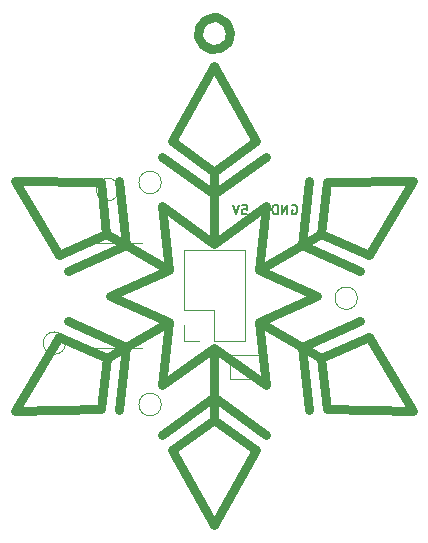
<source format=gbr>
%TF.GenerationSoftware,KiCad,Pcbnew,(5.1.9)-1*%
%TF.CreationDate,2021-09-26T19:09:17+02:00*%
%TF.ProjectId,SnowStar,536e6f77-5374-4617-922e-6b696361645f,rev?*%
%TF.SameCoordinates,Original*%
%TF.FileFunction,Legend,Bot*%
%TF.FilePolarity,Positive*%
%FSLAX46Y46*%
G04 Gerber Fmt 4.6, Leading zero omitted, Abs format (unit mm)*
G04 Created by KiCad (PCBNEW (5.1.9)-1) date 2021-09-26 19:09:17*
%MOMM*%
%LPD*%
G01*
G04 APERTURE LIST*
%ADD10C,0.150000*%
%ADD11C,0.800000*%
%ADD12C,0.120000*%
G04 APERTURE END LIST*
D10*
X133869520Y-107023024D02*
X134250473Y-107023024D01*
X134288568Y-107403977D01*
X134250473Y-107365881D01*
X134174282Y-107327786D01*
X133983806Y-107327786D01*
X133907616Y-107365881D01*
X133869520Y-107403977D01*
X133831425Y-107480167D01*
X133831425Y-107670643D01*
X133869520Y-107746834D01*
X133907616Y-107784929D01*
X133983806Y-107823024D01*
X134174282Y-107823024D01*
X134250473Y-107784929D01*
X134288568Y-107746834D01*
X133602854Y-107023024D02*
X133336187Y-107823024D01*
X133069520Y-107023024D01*
X138076663Y-107061120D02*
X138152854Y-107023024D01*
X138267140Y-107023024D01*
X138381425Y-107061120D01*
X138457616Y-107137310D01*
X138495711Y-107213500D01*
X138533806Y-107365881D01*
X138533806Y-107480167D01*
X138495711Y-107632548D01*
X138457616Y-107708739D01*
X138381425Y-107784929D01*
X138267140Y-107823024D01*
X138190949Y-107823024D01*
X138076663Y-107784929D01*
X138038568Y-107746834D01*
X138038568Y-107480167D01*
X138190949Y-107480167D01*
X137695711Y-107823024D02*
X137695711Y-107023024D01*
X137238568Y-107823024D01*
X137238568Y-107023024D01*
X136857616Y-107823024D02*
X136857616Y-107023024D01*
X136667140Y-107023024D01*
X136552854Y-107061120D01*
X136476663Y-107137310D01*
X136438568Y-107213500D01*
X136400473Y-107365881D01*
X136400473Y-107480167D01*
X136438568Y-107632548D01*
X136476663Y-107708739D01*
X136552854Y-107784929D01*
X136667140Y-107823024D01*
X136857616Y-107823024D01*
D11*
X135034586Y-127758682D02*
X131487110Y-125192968D01*
X140570314Y-119960072D02*
X141018530Y-124315161D01*
X141015381Y-105100258D02*
X140567137Y-109455318D01*
X131468255Y-104205259D02*
X131468258Y-106102938D01*
X131477271Y-134141450D02*
X135034586Y-127758682D01*
X121927284Y-124320169D02*
X122375528Y-119965109D01*
X132844422Y-92480588D02*
X132595929Y-91694882D01*
X132595929Y-91694882D02*
X132444220Y-91514416D01*
X122372351Y-109460455D02*
X124015792Y-110409295D01*
X132444220Y-91514416D02*
X131712932Y-91134549D01*
X131712932Y-91134549D02*
X131478049Y-91114215D01*
X135015757Y-101639550D02*
X131478094Y-95256777D01*
X132000937Y-93742952D02*
X132640965Y-93197947D01*
X132640965Y-93197947D02*
X132844422Y-92480588D01*
X130511877Y-93446760D02*
X131260323Y-93829504D01*
X131260323Y-93829504D02*
X132000937Y-93742952D01*
X130215685Y-91957700D02*
X130148492Y-92795644D01*
X130148492Y-92795644D02*
X130511877Y-93446760D01*
X138930127Y-110404157D02*
X143864275Y-112613789D01*
X138930087Y-119016800D02*
X143864238Y-116807208D01*
X148321678Y-104989612D02*
X141015381Y-105100258D01*
X138930127Y-110404157D02*
X135298525Y-112500859D01*
X124012578Y-110403727D02*
X123459095Y-105025806D01*
X138930127Y-110404157D02*
X139483644Y-105026271D01*
X127920780Y-101639545D02*
X131468255Y-104205259D01*
X124012578Y-110403727D02*
X127644184Y-112500436D01*
X124012538Y-119016270D02*
X123459021Y-124394156D01*
X144566034Y-118170726D02*
X140570314Y-119960072D01*
X148315016Y-124442849D02*
X144566034Y-118170726D01*
X122372351Y-109460455D02*
X121924136Y-105105366D01*
X131487110Y-125192968D02*
X127939609Y-127758677D01*
X114627649Y-104977678D02*
X118376631Y-111249801D01*
X141018530Y-124315161D02*
X148315016Y-124442849D01*
X138930087Y-119016800D02*
X139483570Y-124394721D01*
X138930087Y-119016800D02*
X135298482Y-116920091D01*
X124012538Y-119016270D02*
X119078390Y-116806638D01*
X127939609Y-127758677D02*
X131477271Y-134141450D01*
X140567137Y-109455318D02*
X144562854Y-111244697D01*
X124012578Y-110403727D02*
X119078427Y-112613319D01*
X131471472Y-106097371D02*
X127090839Y-102929076D01*
X121924136Y-105105366D02*
X114627649Y-104977678D01*
X118379812Y-118175730D02*
X114620988Y-124430815D01*
X122375528Y-119965109D02*
X124018967Y-119016270D01*
X122375528Y-119965109D02*
X118379812Y-118175730D01*
X131478049Y-91114215D02*
X131478049Y-91114215D01*
X131478049Y-91114215D02*
X130678175Y-91372805D01*
X130678175Y-91372805D02*
X130215685Y-91957700D01*
X140570314Y-119960072D02*
X138926873Y-119011232D01*
X144562854Y-111244697D02*
X148321678Y-104989612D01*
X131478094Y-95256777D02*
X127920780Y-101639545D01*
X131471472Y-106097371D02*
X131471476Y-110290781D01*
X114620988Y-124430815D02*
X121927284Y-124320169D01*
X131487110Y-125192968D02*
X131487108Y-123295289D01*
X124012538Y-119016270D02*
X127644140Y-116919568D01*
X140567137Y-109455318D02*
X138923698Y-110404157D01*
X118376631Y-111249801D02*
X122372351Y-109460455D01*
X131468255Y-104205259D02*
X135015757Y-101639550D01*
X131471472Y-106097371D02*
X135852138Y-102929081D01*
X127644156Y-112500373D02*
X122710000Y-114710000D01*
X140232613Y-114710027D02*
X135298474Y-112500397D01*
X135298503Y-116919633D02*
X140232613Y-114710027D01*
X127644188Y-116919601D02*
X127090665Y-122297535D01*
X131483893Y-123300856D02*
X127103228Y-126469146D01*
X127090665Y-122297535D02*
X131471339Y-119129246D01*
X131483893Y-123300856D02*
X131483889Y-119107446D01*
X131483893Y-123300856D02*
X135864526Y-126469151D01*
X131471321Y-110290759D02*
X127090669Y-107122528D01*
X135851947Y-107122494D02*
X131471321Y-110290759D01*
X135298474Y-112500397D02*
X135851947Y-107122494D01*
X135851970Y-122297550D02*
X135298503Y-116919633D01*
X127090669Y-107122528D02*
X127644156Y-112500373D01*
X131471339Y-119129246D02*
X135851970Y-122297550D01*
X122710000Y-114710000D02*
X127644188Y-116919601D01*
D12*
%TO.C,J1*%
X128897140Y-118541120D02*
X130227140Y-118541120D01*
X128897140Y-117211120D02*
X128897140Y-118541120D01*
X131497140Y-118541120D02*
X134097140Y-118541120D01*
X131497140Y-115941120D02*
X131497140Y-118541120D01*
X128897140Y-115941120D02*
X131497140Y-115941120D01*
X134097140Y-118541120D02*
X134097140Y-110801120D01*
X128897140Y-115941120D02*
X128897140Y-110801120D01*
X128897140Y-110801120D02*
X134097140Y-110801120D01*
%TO.C,JP1*%
X132817140Y-121711120D02*
X135617140Y-121711120D01*
X135617140Y-121711120D02*
X135617140Y-119711120D01*
X135617140Y-119711120D02*
X132817140Y-119711120D01*
X132817140Y-119711120D02*
X132817140Y-121711120D01*
%TO.C,TP1*%
X127017140Y-123911120D02*
G75*
G03*
X127017140Y-123911120I-950000J0D01*
G01*
%TO.C,TP2*%
X143617140Y-114911120D02*
G75*
G03*
X143617140Y-114911120I-950000J0D01*
G01*
%TO.C,TP3*%
X127017140Y-105111120D02*
G75*
G03*
X127017140Y-105111120I-950000J0D01*
G01*
%TO.C,TP4*%
X123417140Y-105711120D02*
G75*
G03*
X123417140Y-105711120I-950000J0D01*
G01*
%TO.C,TP5*%
X118917140Y-118711120D02*
G75*
G03*
X118917140Y-118711120I-950000J0D01*
G01*
%TO.C,U1*%
X123467140Y-119146120D02*
X120017140Y-119146120D01*
X123467140Y-119146120D02*
X125417140Y-119146120D01*
X123467140Y-110276120D02*
X121517140Y-110276120D01*
X123467140Y-110276120D02*
X125417140Y-110276120D01*
%TD*%
M02*

</source>
